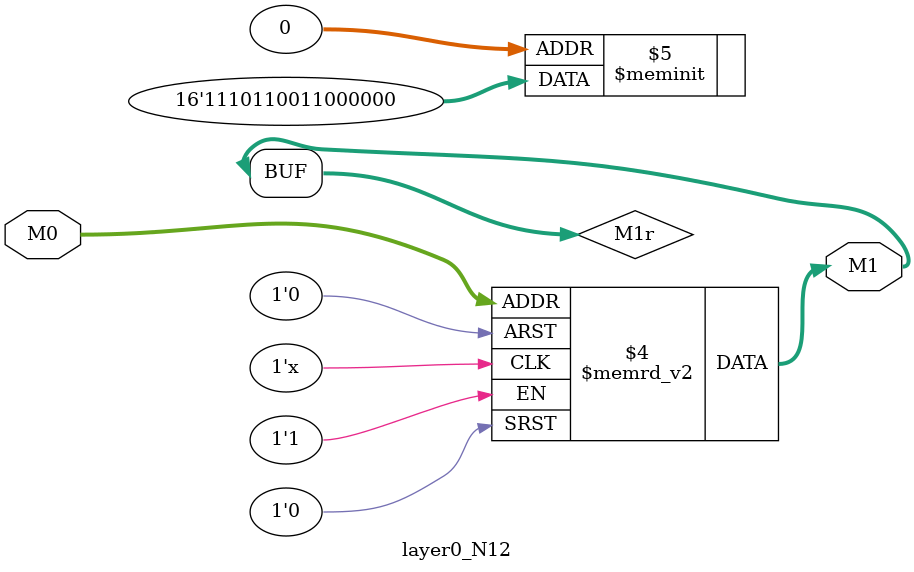
<source format=v>
module layer0_N12 ( input [2:0] M0, output [1:0] M1 );

	(*rom_style = "distributed" *) reg [1:0] M1r;
	assign M1 = M1r;
	always @ (M0) begin
		case (M0)
			3'b000: M1r = 2'b00;
			3'b100: M1r = 2'b00;
			3'b010: M1r = 2'b00;
			3'b110: M1r = 2'b10;
			3'b001: M1r = 2'b00;
			3'b101: M1r = 2'b11;
			3'b011: M1r = 2'b11;
			3'b111: M1r = 2'b11;

		endcase
	end
endmodule

</source>
